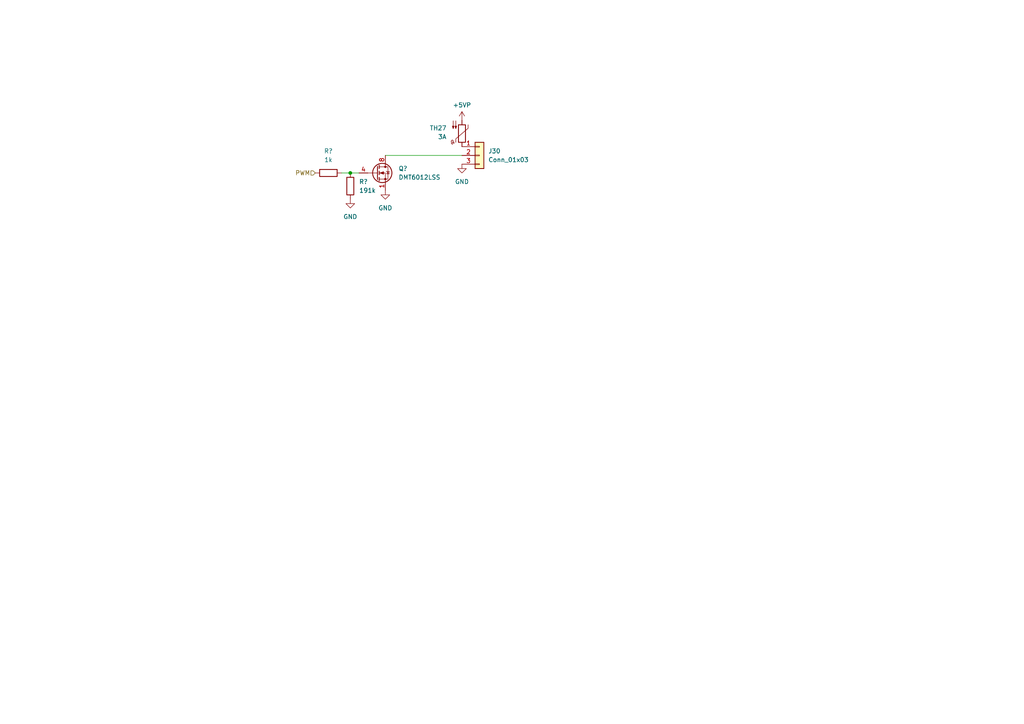
<source format=kicad_sch>
(kicad_sch (version 20230121) (generator eeschema)
  (paper "A4")
  (lib_symbols
    (symbol "Connector_Generic:Conn_01x03" (pin_names (offset 1.016) hide)
      (property "Reference" "J" (at 0 5.08 0))
      (property "Value" "Conn_01x03" (at 0 -5.08 0))
      (symbol "Conn_01x03_1_1"
        (rectangle (start -1.27 -2.413) (end 0 -2.667) (stroke (width 0.1524)))
        (rectangle (start -1.27 0.127) (end 0 -0.127) (stroke (width 0.1524)))
        (rectangle (start -1.27 2.667) (end 0 2.413) (stroke (width 0.1524)))
        (rectangle (start -1.27 3.81) (end 1.27 -3.81) (stroke (width 0.254)) (fill (type background)))
        (pin passive line (at -5.08 2.54 0) (length 3.81) (name "Pin_1") (number "1"))
        (pin passive line (at -5.08 0 0) (length 3.81) (name "Pin_2") (number "2"))
        (pin passive line (at -5.08 -2.54 0) (length 3.81) (name "Pin_3") (number "3"))
      )
    )
    (symbol "Device:R" (pin_numbers hide) (pin_names (offset 0))
      (property "Reference" "R" (at 2.032 0 90))
      (property "Value" "R" (at 0 0 90))
      (symbol "R_0_1"
        (rectangle (start -1.016 -2.54) (end 1.016 2.54) (stroke (width 0.254)))
      )
      (symbol "R_1_1"
        (pin passive line (at 0 3.81 270) (length 1.27) (name "~") (number "1"))
        (pin passive line (at 0 -3.81 90) (length 1.27) (name "~") (number "2"))
      )
    )
    (symbol "Device:Thermistor_PTC" (pin_numbers hide) (pin_names (offset 0))
      (property "Reference" "TH" (at -4.064 0 90))
      (property "Value" "Thermistor_PTC" (at 3.048 0 90))
      (symbol "Thermistor_PTC_0_1"
        (arc (start -3.048 2.159) (mid -3.0495 2.3143) (end -3.175 2.413))
        (arc (start -3.048 2.159) (mid -2.9736 1.9794) (end -2.794 1.905))
        (arc (start -3.048 2.794) (mid -2.9736 2.6144) (end -2.794 2.54))
        (arc (start -2.794 1.905) (mid -2.6144 1.9794) (end -2.54 2.159))
        (arc (start -2.794 2.54) (mid -2.4393 2.5587) (end -2.159 2.794))
        (arc (start -2.794 3.048) (mid -2.9736 2.9736) (end -3.048 2.794))
        (arc (start -2.54 2.794) (mid -2.6144 2.9736) (end -2.794 3.048))
        (rectangle (start -1.016 2.54) (end 1.016 -2.54) (stroke (width 0.254)))
        (polyline (pts (xy -2.54 2.159) (xy -2.54 2.794)))
        (polyline (pts (xy -1.778 2.54) (xy -1.778 1.524) (xy 1.778 -1.524) (xy 1.778 -2.54)))
        (polyline (pts (xy -2.54 -3.683) (xy -2.54 -1.397) (xy -2.794 -2.159) (xy -2.286 -2.159) (xy -2.54 -1.397) (xy -2.54 -1.651)) (fill (type outline)))
        (polyline (pts (xy -1.778 -3.683) (xy -1.778 -1.397) (xy -2.032 -2.159) (xy -1.524 -2.159) (xy -1.778 -1.397) (xy -1.778 -1.651)) (fill (type outline)))
      )
      (symbol "Thermistor_PTC_1_1"
        (pin passive line (at 0 3.81 270) (length 1.27) (name "~") (number "1"))
        (pin passive line (at 0 -3.81 90) (length 1.27) (name "~") (number "2"))
      )
    )
    (symbol "Transistor_FET:IRF7403" (pin_names hide)
      (property "Reference" "Q" (at 5.08 2.54 0))
      (property "Value" "IRF7403" (at 5.08 0 0))
      (symbol "IRF7403_0_1"
        (polyline (pts (xy 0.254 0) (xy -2.54 0)))
        (polyline (pts (xy 0.254 1.905) (xy 0.254 -1.905)) (stroke (width 0.254)))
        (polyline (pts (xy 0.762 -1.27) (xy 0.762 -2.286)) (stroke (width 0.254)))
        (polyline (pts (xy 0.762 0.508) (xy 0.762 -0.508)) (stroke (width 0.254)))
        (polyline (pts (xy 0.762 2.286) (xy 0.762 1.27)) (stroke (width 0.254)))
        (polyline (pts (xy 2.54 2.54) (xy 2.54 1.778)))
        (polyline (pts (xy 2.54 -2.54) (xy 2.54 0) (xy 0.762 0)))
        (polyline (pts (xy 0.762 -1.778) (xy 3.302 -1.778) (xy 3.302 1.778) (xy 0.762 1.778)))
        (polyline (pts (xy 1.016 0) (xy 2.032 0.381) (xy 2.032 -0.381) (xy 1.016 0)) (fill (type outline)))
        (polyline (pts (xy 2.794 0.508) (xy 2.921 0.381) (xy 3.683 0.381) (xy 3.81 0.254)))
        (polyline (pts (xy 3.302 0.381) (xy 2.921 -0.254) (xy 3.683 -0.254) (xy 3.302 0.381)))
        (circle (center 1.651 0) (radius 2.794) (stroke (width 0.254)))
        (circle (center 2.54 -1.778) (radius 0.254) (fill (type outline)))
        (circle (center 2.54 1.778) (radius 0.254) (fill (type outline)))
      )
      (symbol "IRF7403_1_1"
        (pin passive line (at 2.54 -5.08 90) (length 2.54) (name "S") (number "1"))
        (pin passive line (at 2.54 -5.08 90) (length 2.54) hide (name "S") (number "2"))
        (pin passive line (at 2.54 -5.08 90) (length 2.54) hide (name "S") (number "3"))
        (pin input line (at -5.08 0 0) (length 2.54) (name "G") (number "4"))
        (pin passive line (at 2.54 5.08 270) (length 2.54) hide (name "D") (number "5"))
        (pin passive line (at 2.54 5.08 270) (length 2.54) hide (name "D") (number "6"))
        (pin passive line (at 2.54 5.08 270) (length 2.54) hide (name "D") (number "7"))
        (pin passive line (at 2.54 5.08 270) (length 2.54) (name "D") (number "8"))
      )
    )
    (symbol "power:+5VP" (power) (pin_names (offset 0))
      (property "Value" "+5VP" (at 0 3.556 0))
      (symbol "+5VP_0_1"
        (polyline (pts (xy -0.762 1.27) (xy 0 2.54)))
        (polyline (pts (xy 0 0) (xy 0 2.54)))
        (polyline (pts (xy 0 2.54) (xy 0.762 1.27)))
      )
      (symbol "+5VP_1_1"
        (pin power_in line (at 0 0 90) (length 0) hide (name "+5VP") (number "1"))
      )
    )
    (symbol "power:GND" (power) (pin_names (offset 0))
      (property "Value" "GND" (at 0 -3.81 0))
      (symbol "GND_0_1"
        (polyline (pts (xy 0 0) (xy 0 -1.27) (xy 1.27 -1.27) (xy 0 -2.54) (xy -1.27 -1.27) (xy 0 -1.27)))
      )
      (symbol "GND_1_1"
        (pin power_in line (at 0 0 270) (length 0) hide (name "GND") (number "1"))
      )
    )
  )
  (junction (at 101.6 50.165))
  (wire (pts (xy 99.06 50.165) (xy 101.6 50.165)))
  (wire (pts (xy 101.6 50.165) (xy 104.14 50.165)))
  (wire (pts (xy 111.76 45.085) (xy 133.985 45.085)))
  (hierarchical_label "PWM" (shape input) (at 91.44 50.165 180))
  (symbol (lib_id "power:GND") (at 133.985 47.625 0) (unit 1)
    (property "Reference" "#PWR?" (effects hide))
    (property "Value" "GND" (at 133.985 52.705 0))
    (instances (project "speedomobile-powerstage" (path "" (reference "#PWR?") (unit 1)) (path "" (reference "#PWR0104") (unit 1)) (path "" (reference "#PWR092") (unit 1)) (path "" (reference "#PWR096") (unit 1)) (path "" (reference "#PWR0100") (unit 1)) (path "" (reference "#PWR0108") (unit 1)) (path "" (reference "#PWR0112") (unit 1))))
  )
  (symbol (lib_id "Connector_Generic:Conn_01x03") (at 139.065 45.085 0) (unit 1)
    (property "Reference" "J30" (at 141.605 43.815 0) (effects (justify left)))
    (property "Value" "Conn_01x03" (at 141.605 46.355 0) (effects (justify left)))
    (property "Footprint" "Connector_JST:JST_XH_B3B-XH-A_1x03_P2.50mm_Vertical" (effects hide))
    (instances (project "speedomobile-powerstage" (path "" (reference "J30") (unit 1)) (path "" (reference "J27") (unit 1)) (path "" (reference "J28") (unit 1)) (path "" (reference "J29") (unit 1)) (path "" (reference "J31") (unit 1)) (path "" (reference "J32") (unit 1))))
  )
  (symbol (lib_id "Device:Thermistor_PTC") (at 133.985 38.735 0) (mirror x) (unit 1)
    (property "Reference" "TH27" (at 129.54 37.1475 0) (effects (justify right)))
    (property "Value" "3A" (at 129.54 39.6875 0) (effects (justify right)))
    (property "Footprint" "Resistor_SMD:R_1210_3225Metric" (effects hide))
    (property "mouser" " 504-PTSLR12106V300" (effects hide))
    (instances (project "speedomobile-powerstage" (path "" (reference "TH27") (unit 1)) (path "" (reference "TH26") (unit 1)) (path "" (reference "TH24") (unit 1)) (path "" (reference "TH23") (unit 1)) (path "" (reference "TH22") (unit 1)) (path "" (reference "TH25") (unit 1)) (path "" (reference "TH?") (unit 1)) (path "" (reference "TH?") (unit 1)) (path "" (reference "TH?") (unit 1)) (path "" (reference "TH?") (unit 1)) (path "" (reference "TH?") (unit 1)) (path "" (reference "TH?") (unit 1)) (path "" (reference "TH?") (unit 1))))
  )
  (symbol (lib_id "power:+5VP") (at 133.985 34.925 0) (unit 1)
    (property "Reference" "#PWR07" (effects hide))
    (property "Value" "+5VP" (at 133.985 30.48 0))
    (instances (project "speedomobile-powerstage" (path "" (reference "#PWR07") (unit 1)) (path "" (reference "#PWR06") (unit 1)) (path "" (reference "#PWR08") (unit 1)) (path "" (reference "#PWR035") (unit 1)) (path "" (reference "#PWR041") (unit 1)) (path "" (reference "#PWR091") (unit 1))))
  )
  (symbol (lib_id "Transistor_FET:IRF7403") (at 109.22 50.165 0) (unit 1)
    (property "Reference" "Q?" (at 115.57 48.895 0) (effects (justify left)))
    (property "Value" "DMT6012LSS" (at 115.57 51.435 0) (effects (justify left)))
    (property "Footprint" "Package_SO:SOIC-8_3.9x4.9mm_P1.27mm" (effects hide))
    (property "Datasheet" "https://www.infineon.com/dgdl/irf7403pbf.pdf?fileId=5546d462533600a4015355fa23541b9c" (effects hide))
    (property "mouser" " 621-DMT6012LSS-13 " (effects hide))
    (instances (project "speedomobile-powerstage" (path "" (reference "Q?") (unit 1)) (path "" (reference "Q4") (unit 1)) (path "" (reference "Q1") (unit 1)) (path "" (reference "Q2") (unit 1)) (path "" (reference "Q3") (unit 1)) (path "" (reference "Q5") (unit 1)) (path "" (reference "Q6") (unit 1))))
  )
  (symbol (lib_id "power:GND") (at 101.6 57.785 0) (unit 1)
    (property "Reference" "#PWR?" (effects hide))
    (property "Value" "GND" (at 101.6 62.865 0))
    (instances (project "speedomobile-powerstage" (path "" (reference "#PWR?") (unit 1)) (path "" (reference "#PWR0101") (unit 1)) (path "" (reference "#PWR089") (unit 1)) (path "" (reference "#PWR093") (unit 1)) (path "" (reference "#PWR097") (unit 1)) (path "" (reference "#PWR0105") (unit 1)) (path "" (reference "#PWR0109") (unit 1))))
  )
  (symbol (lib_id "power:GND") (at 111.76 55.245 0) (unit 1)
    (property "Reference" "#PWR?" (effects hide))
    (property "Value" "GND" (at 111.76 60.325 0))
    (instances (project "speedomobile-powerstage" (path "" (reference "#PWR?") (unit 1)) (path "" (reference "#PWR0102") (unit 1)) (path "" (reference "#PWR090") (unit 1)) (path "" (reference "#PWR094") (unit 1)) (path "" (reference "#PWR098") (unit 1)) (path "" (reference "#PWR0106") (unit 1)) (path "" (reference "#PWR0110") (unit 1))))
  )
  (symbol (lib_id "Device:R") (at 101.6 53.975 0) (unit 1)
    (property "Reference" "R?" (at 104.14 52.705 0) (effects (justify left)))
    (property "Value" "191k" (at 104.14 55.245 0) (effects (justify left)))
    (property "Footprint" "Resistor_SMD:R_1206_3216Metric" (effects hide))
    (property "mouser" " 660-RK73H2BTTD1913F " (effects hide))
    (instances (project "speedomobile-powerstage" (path "" (reference "R?") (unit 1)) (path "" (reference "R8") (unit 1)) (path "" (reference "R2") (unit 1)) (path "" (reference "R4") (unit 1)) (path "" (reference "R6") (unit 1)) (path "" (reference "R10") (unit 1)) (path "" (reference "R12") (unit 1))))
  )
  (symbol (lib_id "Device:R") (at 95.25 50.165 90) (unit 1)
    (property "Reference" "R?" (at 95.25 43.815 90))
    (property "Value" "1k" (at 95.25 46.355 90))
    (property "Footprint" "Resistor_SMD:R_1206_3216Metric" (effects hide))
    (property "mouser" " 603-AC1206FR-101KL " (effects hide))
    (instances (project "speedomobile-powerstage" (path "" (reference "R?") (unit 1)) (path "" (reference "R7") (unit 1)) (path "" (reference "R1") (unit 1)) (path "" (reference "R3") (unit 1)) (path "" (reference "R5") (unit 1)) (path "" (reference "R9") (unit 1)) (path "" (reference "R11") (unit 1))))
  )
)
</source>
